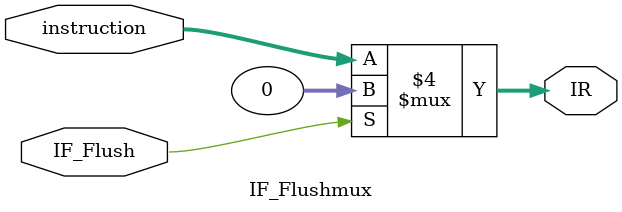
<source format=v>
`timescale 1ns / 1ps


module IF_Flushmux(
    input [31:0]instruction,
    input IF_Flush,
    output reg [31:0]IR
);
    always@(*) begin
        if(IF_Flush == 1) begin
            IR = 32'd0;
        end
        else begin
            IR = instruction;
        end
    end

endmodule

</source>
